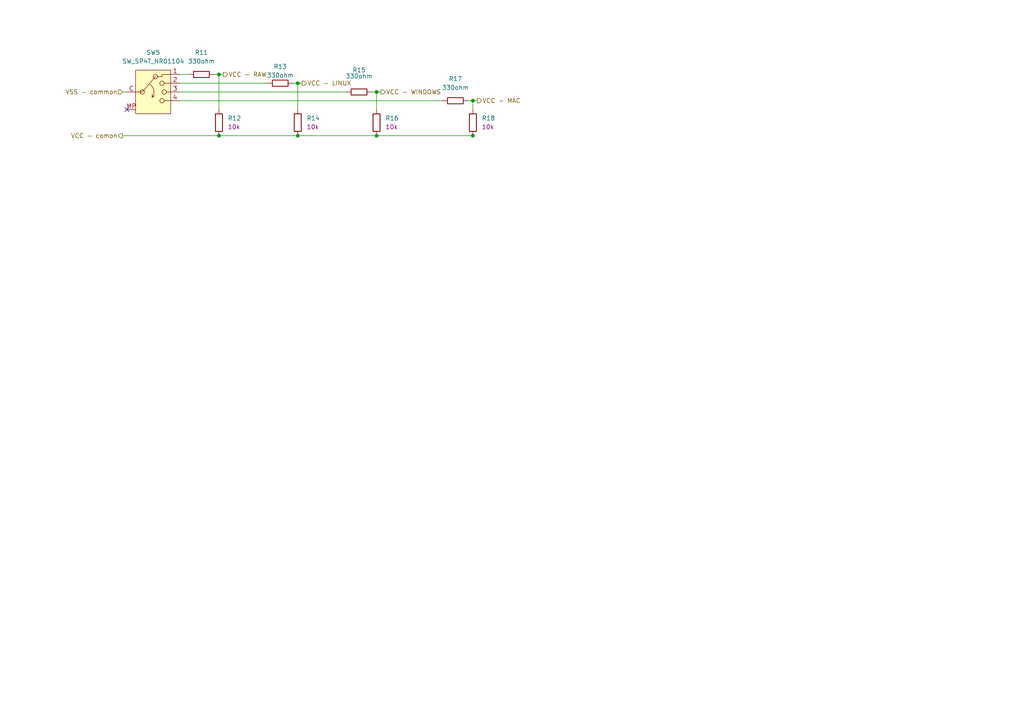
<source format=kicad_sch>
(kicad_sch (version 20250114) (generator "eeschema") (generator_version "9.0")
  (paper "A4")
  (title_block (rev "1 - do not edit connector pin layout.") (company "Henry's Software House"))
  (lib_symbols
    (symbol "PCM_4ms_Resistor:10k_0402" (pin_numbers (hide yes)) (pin_names (offset 0))
      (property "Reference" "R" (at 2.032 0 90))
      (property "Display" "10k" (at 3.81 0 90))
      (symbol "10k_0402_0_1"
        (rectangle (start -1.016 -2.54) (end 1.016 2.54) (stroke (width 0.254)))
      )
      (symbol "10k_0402_1_1"
        (pin passive line (at 0 3.81 270) (length 1.27) (name "~") (number "1"))
        (pin passive line (at 0 -3.81 90) (length 1.27) (name "~") (number "2"))
      )
    )
    (symbol "PCM_SL_Resistors:330ohm"
      (property "Reference" "R" (at 0 5.08 0))
      (property "Value" "330ohm" (at 0 2.54 0))
      (symbol "330ohm_0_1"
        (rectangle (start -2.286 0.889) (end 2.286 -0.889) (stroke (width 0.24)))
      )
      (symbol "330ohm_1_1"
        (pin passive line (at -3.81 0 0) (length 1.5) (name "") (number "1"))
        (pin passive line (at 3.81 0 180) (length 1.5) (name "~") (number "2"))
      )
    )
    (symbol "Switch:SW_SP4T_NR01104" (pin_names (hide yes))
      (property "Reference" "SW" (at 0 7.62 0))
      (property "Value" "SW_SP4T_NR01104" (at 0 -7.62 0))
      (symbol "SW_SP4T_NR01104_0_1"
        (polyline (pts (xy -5.08 0) (xy -3.175 0)))
        (circle (center -3.175 0) (radius 0.635))
        (polyline (pts (xy -3.175 0) (xy 0.635 4.445)))
        (arc (start -0.9526 2.2225) (mid 0.154 0.449) (end -0.3176 -1.5875))
        (polyline (pts (xy -0.3176 -1.5875) (xy -0.3176 -0.6985)))
        (polyline (pts (xy -0.3176 -1.5875) (xy -0.3176 -1.5875)))
        (polyline (pts (xy -0.3176 -1.5875) (xy 0.4444 -1.0795)))
        (polyline (pts (xy 0.3174 -1.5875) (xy 0.3174 -1.5875)))
        (circle (center 0.635 4.445) (radius 0.635))
        (circle (center 2.54 2.54) (radius 0.635))
        (circle (center 2.54 -2.54) (radius 0.635))
        (circle (center 3.175 0) (radius 0.635))
        (polyline (pts (xy 5.08 5.08) (xy 2.54 5.08) (xy 2.54 4.445) (xy 1.27 4.445)))
        (polyline (pts (xy 5.08 2.54) (xy 3.175 2.54)))
        (polyline (pts (xy 5.08 0) (xy 3.81 0)))
        (polyline (pts (xy 5.08 -2.54) (xy 3.175 -2.54)))
      )
      (symbol "SW_SP4T_NR01104_1_1"
        (polyline (pts (xy -5.08 6.35) (xy 5.08 6.35) (xy 5.08 -6.35) (xy -5.08 -6.35) (xy -5.08 6.35) (xy -5.08 6.35)) (fill (type background)))
        (pin passive line (at -7.62 0 0) (length 2.54) (name "Common") (number "C"))
        (pin passive line (at -7.62 -5.08 0) (length 2.54) (name "MP") (number "MP"))
        (pin no_connect line (at 5.08 -5.08 180) (length 0) (hide yes) (name "") (number "5"))
        (pin passive line (at 7.62 5.08 180) (length 2.54) (name "1") (number "1"))
        (pin passive line (at 7.62 2.54 180) (length 2.54) (name "2") (number "2"))
        (pin passive line (at 7.62 0 180) (length 2.54) (name "3") (number "3"))
        (pin passive line (at 7.62 -2.54 180) (length 2.54) (name "4") (number "4"))
      )
    )
  )
  (junction (at 63.5 21.59))
  (junction (at 86.36 24.13))
  (junction (at 86.36 39.37))
  (junction (at 137.16 39.37))
  (junction (at 109.22 26.67))
  (junction (at 63.5 39.37))
  (junction (at 137.16 29.21))
  (junction (at 109.22 39.37))
  (no_connect (at 36.83 31.75))
  (wire (pts (xy 135.89 29.21) (xy 137.16 29.21)))
  (wire (pts (xy 35.56 39.37) (xy 63.5 39.37)))
  (wire (pts (xy 52.07 21.59) (xy 54.61 21.59)))
  (wire (pts (xy 137.16 29.21) (xy 138.43 29.21)))
  (wire (pts (xy 109.22 26.67) (xy 110.49 26.67)))
  (wire (pts (xy 63.5 39.37) (xy 86.36 39.37)))
  (wire (pts (xy 137.16 39.37) (xy 137.2428 39.37)))
  (wire (pts (xy 63.5 21.59) (xy 64.77 21.59)))
  (wire (pts (xy 52.07 29.21) (xy 128.27 29.21)))
  (wire (pts (xy 137.16 29.21) (xy 137.16 31.75)))
  (wire (pts (xy 86.36 24.13) (xy 87.63 24.13)))
  (wire (pts (xy 86.36 39.37) (xy 109.22 39.37)))
  (wire (pts (xy 62.23 21.59) (xy 63.5 21.59)))
  (wire (pts (xy 109.22 39.37) (xy 137.16 39.37)))
  (wire (pts (xy 86.36 24.13) (xy 86.36 31.75)))
  (wire (pts (xy 107.95 26.67) (xy 109.22 26.67)))
  (wire (pts (xy 52.07 24.13) (xy 77.47 24.13)))
  (wire (pts (xy 63.5 21.59) (xy 63.5 31.75)))
  (wire (pts (xy 85.09 24.13) (xy 86.36 24.13)))
  (wire (pts (xy 35.56 26.67) (xy 36.83 26.67)))
  (wire (pts (xy 52.07 26.67) (xy 100.33 26.67)))
  (wire (pts (xy 109.22 26.67) (xy 109.22 31.75)))
  (hierarchical_label "VCC - RAW" (shape output) (at 64.77 21.59 0))
  (hierarchical_label "VCC - WINDOWS" (shape output) (at 110.49 26.67 0))
  (hierarchical_label "VCC - comon" (shape output) (at 35.56 39.37 180))
  (hierarchical_label "VSS - common" (shape input) (at 35.56 26.67 180))
  (hierarchical_label "VCC - MAC" (shape output) (at 138.43 29.21 0))
  (hierarchical_label "VCC - LINUX" (shape output) (at 87.63 24.13 0))
  (symbol (lib_id "PCM_SL_Resistors:330ohm") (at 104.14 26.67 180) (unit 1)
    (property "Reference" "R15" (at 104.14 20.32 0))
    (property "Value" "330ohm" (at 104.14 22.098 0))
    (property "Footprint" "Resistor_THT:R_Axial_DIN0207_L6.3mm_D2.5mm_P10.16mm_Horizontal" (effects (hide yes)))
    (property "Description" "330Ω, 1/4W Resistor" (effects (hide yes)))
  )
  (symbol (lib_id "PCM_4ms_Resistor:10k_0402") (at 86.36 35.56 0) (unit 1)
    (property "Reference" "R14" (at 88.9 34.2899 0) (effects (justify left)))
    (property "Value" "10k_0402" (effects (hide yes)))
    (property "Footprint" "Resistor_SMD:R_0402_1005Metric" (effects (hide yes)))
    (property "Description" "10k, 1%, 1/16W, 0603" (effects (hide yes)))
    (property "Specifications" "10k, 1%, 1/10W, 0402" (effects (hide yes)))
    (property "Manufacturer" "Yageo" (effects (hide yes)))
    (property "Part Number" "RT0402FRE0710KL" (effects (hide yes)))
    (property "Display" "10k" (at 88.9 36.8299 0) (effects (justify left)))
    (property "Manufacturer 2" "Yageo" (effects (hide yes)))
    (property "Part Number 2" "RT0402DRE0710KL" (effects (hide yes)))
  )
  (symbol (lib_id "PCM_4ms_Resistor:10k_0402") (at 63.5 35.56 0) (unit 1)
    (property "Reference" "R12" (at 66.04 34.2899 0) (effects (justify left)))
    (property "Value" "10k_0402" (effects (hide yes)))
    (property "Footprint" "Resistor_SMD:R_0402_1005Metric" (effects (hide yes)))
    (property "Description" "10k, 1%, 1/16W, 0603" (effects (hide yes)))
    (property "Specifications" "10k, 1%, 1/10W, 0402" (effects (hide yes)))
    (property "Manufacturer" "Yageo" (effects (hide yes)))
    (property "Part Number" "RT0402FRE0710KL" (effects (hide yes)))
    (property "Display" "10k" (at 66.04 36.8299 0) (effects (justify left)))
    (property "Manufacturer 2" "Yageo" (effects (hide yes)))
    (property "Part Number 2" "RT0402DRE0710KL" (effects (hide yes)))
  )
  (symbol (lib_id "PCM_SL_Resistors:330ohm") (at 132.08 29.21 180) (unit 1)
    (property "Reference" "R17" (at 132.08 22.86 0))
    (property "Value" "330ohm" (at 132.08 25.4 0))
    (property "Footprint" "Resistor_THT:R_Axial_DIN0207_L6.3mm_D2.5mm_P10.16mm_Horizontal" (effects (hide yes)))
    (property "Description" "330Ω, 1/4W Resistor" (effects (hide yes)))
  )
  (symbol (lib_id "Switch:SW_SP4T_NR01104") (at 44.45 26.67 0) (unit 1)
    (property "Reference" "SW5" (at 44.45 15.24 0))
    (property "Value" "SW_SP4T_NR01104" (at 44.45 17.78 0))
    (property "Footprint" "Button_Switch_THT:SW_NKK_NR01" (effects (hide yes)))
    (property "Datasheet" "https://www.nkkswitches.com/pdf/NR01%20Rotaries.pdf" (effects (hide yes)))
    (property "Description" "NKK Switches NR01 Series rotary SP4T switch" (effects (hide yes)))
  )
  (symbol (lib_id "PCM_4ms_Resistor:10k_0402") (at 137.16 35.56 0) (unit 1)
    (property "Reference" "R18" (at 139.7 34.2899 0) (effects (justify left)))
    (property "Value" "10k_0402" (effects (hide yes)))
    (property "Footprint" "Resistor_SMD:R_0402_1005Metric" (effects (hide yes)))
    (property "Description" "10k, 1%, 1/16W, 0603" (effects (hide yes)))
    (property "Specifications" "10k, 1%, 1/10W, 0402" (effects (hide yes)))
    (property "Manufacturer" "Yageo" (effects (hide yes)))
    (property "Part Number" "RT0402FRE0710KL" (effects (hide yes)))
    (property "Display" "10k" (at 139.7 36.8299 0) (effects (justify left)))
    (property "Manufacturer 2" "Yageo" (effects (hide yes)))
    (property "Part Number 2" "RT0402DRE0710KL" (effects (hide yes)))
  )
  (symbol (lib_id "PCM_SL_Resistors:330ohm") (at 81.28 24.13 0) (unit 1)
    (property "Reference" "R13" (at 81.28 19.304 0))
    (property "Value" "330ohm" (at 81.28 21.844 0))
    (property "Footprint" "Resistor_THT:R_Axial_DIN0207_L6.3mm_D2.5mm_P10.16mm_Horizontal" (effects (hide yes)))
    (property "Description" "330Ω, 1/4W Resistor" (effects (hide yes)))
  )
  (symbol (lib_id "PCM_SL_Resistors:330ohm") (at 58.42 21.59 0) (unit 1)
    (property "Reference" "R11" (at 58.42 15.24 0))
    (property "Value" "330ohm" (at 58.42 17.78 0))
    (property "Footprint" "Resistor_THT:R_Axial_DIN0207_L6.3mm_D2.5mm_P10.16mm_Horizontal" (effects (hide yes)))
    (property "Description" "330Ω, 1/4W Resistor" (effects (hide yes)))
  )
  (symbol (lib_id "PCM_4ms_Resistor:10k_0402") (at 109.22 35.56 0) (unit 1)
    (property "Reference" "R16" (at 111.76 34.2899 0) (effects (justify left)))
    (property "Value" "10k_0402" (effects (hide yes)))
    (property "Footprint" "Resistor_SMD:R_0402_1005Metric" (effects (hide yes)))
    (property "Description" "10k, 1%, 1/16W, 0603" (effects (hide yes)))
    (property "Specifications" "10k, 1%, 1/10W, 0402" (effects (hide yes)))
    (property "Manufacturer" "Yageo" (effects (hide yes)))
    (property "Part Number" "RT0402FRE0710KL" (effects (hide yes)))
    (property "Display" "10k" (at 111.76 36.8299 0) (effects (justify left)))
    (property "Manufacturer 2" "Yageo" (effects (hide yes)))
    (property "Part Number 2" "RT0402DRE0710KL" (effects (hide yes)))
  )
)
</source>
